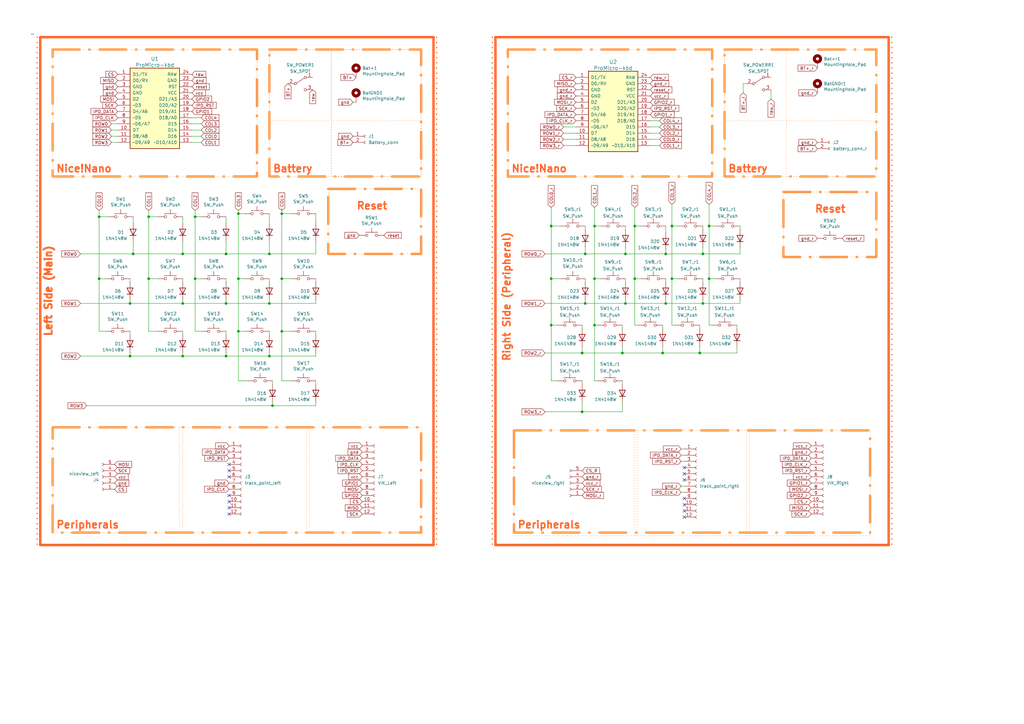
<source format=kicad_sch>
(kicad_sch (version 20231120) (generator "eeschema") (generator_version "8.0")
  (paper "A3")
  (junction (at 115.57 87.63))
  (junction (at 275.59 92.71))
  (junction (at 273.05 124.46))
  (junction (at 80.01 114.3))
  (junction (at 240.03 124.46))
  (junction (at 40.64 88.9))
  (junction (at 243.84 133.35))
  (junction (at 238.76 168.91))
  (junction (at 60.96 88.9))
  (junction (at 238.76 144.78))
  (junction (at 255.27 144.78))
  (junction (at 288.29 104.14))
  (junction (at 287.02 144.78))
  (junction (at 110.49 146.05))
  (junction (at 256.54 124.46))
  (junction (at 74.93 104.14))
  (junction (at 97.79 87.63))
  (junction (at 243.84 114.3))
  (junction (at 92.71 104.14))
  (junction (at 243.84 92.71))
  (junction (at 53.34 124.46))
  (junction (at 115.57 114.3))
  (junction (at 92.71 124.46))
  (junction (at 273.05 104.14))
  (junction (at 92.71 146.05))
  (junction (at 115.57 135.89))
  (junction (at 60.96 114.3))
  (junction (at 74.93 124.46))
  (junction (at 40.64 114.3))
  (junction (at 260.35 92.71))
  (junction (at 288.29 124.46))
  (junction (at 271.78 144.78))
  (junction (at 256.54 104.14))
  (junction (at 290.83 114.3))
  (junction (at 53.34 146.05))
  (junction (at 80.01 88.9))
  (junction (at 97.79 114.3))
  (junction (at 97.79 135.89))
  (junction (at 260.35 114.3))
  (junction (at 226.06 133.35))
  (junction (at 54.61 104.14))
  (junction (at 290.83 92.71))
  (junction (at 226.06 92.71))
  (junction (at 111.76 166.37))
  (junction (at 240.03 104.14))
  (junction (at 110.49 124.46))
  (junction (at 275.59 114.3))
  (junction (at 110.49 104.14))
  (junction (at 74.93 146.05))
  (junction (at 226.06 114.3))
  (no_connect (at 280.67 191.77))
  (no_connect (at 93.98 208.28))
  (no_connect (at 93.98 193.04))
  (no_connect (at 93.98 195.58))
  (no_connect (at 93.98 210.82))
  (no_connect (at 93.98 205.74))
  (no_connect (at 93.98 190.5))
  (no_connect (at 280.67 196.85))
  (no_connect (at 93.98 203.2))
  (no_connect (at 280.67 204.47))
  (no_connect (at 280.67 207.01))
  (no_connect (at 280.67 212.09))
  (no_connect (at 280.67 194.31))
  (no_connect (at 280.67 209.55))
  (wire (pts (xy 243.84 92.71) (xy 243.84 114.3)))
  (wire (pts (xy 82.55 48.26) (xy 78.74 48.26)))
  (wire (pts (xy 115.57 135.89) (xy 115.57 156.21)))
  (wire (pts (xy 279.4 186.69) (xy 280.67 186.69)))
  (wire (pts (xy 288.29 124.46) (xy 273.05 124.46)))
  (wire (pts (xy 53.34 114.3) (xy 53.34 115.57)))
  (wire (pts (xy 240.03 114.3) (xy 240.03 115.57)))
  (wire (pts (xy 92.71 124.46) (xy 110.49 124.46)))
  (wire (pts (xy 115.57 135.89) (xy 119.38 135.89)))
  (wire (pts (xy 74.93 124.46) (xy 92.71 124.46)))
  (wire (pts (xy 290.83 92.71) (xy 293.37 92.71)))
  (wire (pts (xy 255.27 142.24) (xy 255.27 144.78)))
  (wire (pts (xy 260.35 114.3) (xy 262.89 114.3)))
  (wire (pts (xy 60.96 86.36) (xy 60.96 88.9)))
  (wire (pts (xy 45.72 58.42) (xy 48.26 58.42)))
  (wire (pts (xy 33.02 124.46) (xy 53.34 124.46)))
  (wire (pts (xy 302.26 144.78) (xy 287.02 144.78)))
  (wire (pts (xy 238.76 165.1) (xy 238.76 168.91)))
  (wire (pts (xy 53.34 135.89) (xy 53.34 137.16)))
  (wire (pts (xy 288.29 92.71) (xy 288.29 93.98)))
  (wire (pts (xy 74.93 99.06) (xy 74.93 104.14)))
  (polyline (pts (xy 201.93 15.24) (xy 201.93 223.52)) (stroke (width 0.5) (type dot) (color 255 98 36 1)))
  (wire (pts (xy 256.54 92.71) (xy 256.54 93.98)))
  (wire (pts (xy 33.02 146.05) (xy 53.34 146.05)))
  (wire (pts (xy 273.05 123.19) (xy 273.05 124.46)))
  (wire (pts (xy 115.57 114.3) (xy 115.57 135.89)))
  (wire (pts (xy 129.54 99.06) (xy 129.54 104.14)))
  (wire (pts (xy 226.06 133.35) (xy 226.06 156.21)))
  (wire (pts (xy 260.35 133.35) (xy 261.62 133.35)))
  (wire (pts (xy 271.78 133.35) (xy 271.78 134.62)))
  (wire (pts (xy 290.83 92.71) (xy 290.83 114.3)))
  (wire (pts (xy 144.78 41.91) (xy 146.05 41.91)))
  (wire (pts (xy 40.64 114.3) (xy 40.64 135.89)))
  (wire (pts (xy 92.71 135.89) (xy 92.71 137.16)))
  (wire (pts (xy 255.27 156.21) (xy 255.27 157.48)))
  (wire (pts (xy 40.64 88.9) (xy 44.45 88.9)))
  (wire (pts (xy 92.71 88.9) (xy 92.71 91.44)))
  (wire (pts (xy 231.14 54.61) (xy 236.22 54.61)))
  (polyline (pts (xy 364.49 223.52) (xy 203.2 223.52)) (stroke (width 1) (color 255 98 36 1)))
  (wire (pts (xy 287.02 144.78) (xy 271.78 144.78)))
  (wire (pts (xy 97.79 86.36) (xy 97.79 87.63)))
  (wire (pts (xy 243.84 114.3) (xy 243.84 133.35)))
  (wire (pts (xy 273.05 104.14) (xy 288.29 104.14)))
  (wire (pts (xy 260.35 92.71) (xy 260.35 114.3)))
  (wire (pts (xy 303.53 124.46) (xy 288.29 124.46)))
  (wire (pts (xy 129.54 104.14) (xy 110.49 104.14)))
  (wire (pts (xy 110.49 124.46) (xy 129.54 124.46)))
  (wire (pts (xy 92.71 146.05) (xy 110.49 146.05)))
  (wire (pts (xy 223.52 104.14) (xy 240.03 104.14)))
  (wire (pts (xy 255.27 165.1) (xy 255.27 168.91)))
  (wire (pts (xy 82.55 58.42) (xy 78.74 58.42)))
  (wire (pts (xy 82.55 50.8) (xy 78.74 50.8)))
  (wire (pts (xy 110.49 135.89) (xy 110.49 137.16)))
  (wire (pts (xy 111.76 166.37) (xy 129.54 166.37)))
  (wire (pts (xy 271.78 144.78) (xy 255.27 144.78)))
  (wire (pts (xy 287.02 142.24) (xy 287.02 144.78)))
  (wire (pts (xy 226.06 92.71) (xy 226.06 114.3)))
  (wire (pts (xy 275.59 83.82) (xy 275.59 92.71)))
  (wire (pts (xy 115.57 87.63) (xy 115.57 114.3)))
  (wire (pts (xy 97.79 87.63) (xy 97.79 114.3)))
  (wire (pts (xy 256.54 104.14) (xy 240.03 104.14)))
  (wire (pts (xy 304.8 38.1) (xy 304.8 34.29)))
  (wire (pts (xy 231.14 59.69) (xy 236.22 59.69)))
  (wire (pts (xy 273.05 102.87) (xy 273.05 104.14)))
  (wire (pts (xy 74.93 88.9) (xy 74.93 91.44)))
  (wire (pts (xy 226.06 85.09) (xy 226.06 92.71)))
  (wire (pts (xy 97.79 135.89) (xy 97.79 156.21)))
  (wire (pts (xy 290.83 83.82) (xy 290.83 92.71)))
  (wire (pts (xy 53.34 124.46) (xy 74.93 124.46)))
  (wire (pts (xy 288.29 114.3) (xy 288.29 115.57)))
  (wire (pts (xy 80.01 114.3) (xy 82.55 114.3)))
  (wire (pts (xy 60.96 114.3) (xy 60.96 135.89)))
  (wire (pts (xy 45.72 55.88) (xy 48.26 55.88)))
  (wire (pts (xy 270.51 57.15) (xy 266.7 57.15)))
  (polyline (pts (xy 203.2 15.24) (xy 364.49 15.24)) (stroke (width 1) (color 255 98 36 1)))
  (polyline (pts (xy 365.76 15.24) (xy 365.76 223.52)) (stroke (width 0.5) (type dot) (color 255 98 36 1)))
  (wire (pts (xy 279.4 199.39) (xy 280.67 199.39)))
  (wire (pts (xy 273.05 114.3) (xy 273.05 115.57)))
  (wire (pts (xy 60.96 114.3) (xy 64.77 114.3)))
  (wire (pts (xy 97.79 114.3) (xy 100.33 114.3)))
  (polyline (pts (xy 203.2 223.52) (xy 203.2 15.24)) (stroke (width 1) (color 255 98 36 1)))
  (wire (pts (xy 290.83 114.3) (xy 290.83 133.35)))
  (wire (pts (xy 53.34 146.05) (xy 74.93 146.05)))
  (wire (pts (xy 303.53 123.19) (xy 303.53 124.46)))
  (wire (pts (xy 82.55 53.34) (xy 78.74 53.34)))
  (wire (pts (xy 270.51 59.69) (xy 266.7 59.69)))
  (wire (pts (xy 275.59 92.71) (xy 275.59 114.3)))
  (wire (pts (xy 238.76 144.78) (xy 223.52 144.78)))
  (wire (pts (xy 302.26 142.24) (xy 302.26 144.78)))
  (wire (pts (xy 97.79 87.63) (xy 100.33 87.63)))
  (wire (pts (xy 231.14 57.15) (xy 236.22 57.15)))
  (wire (pts (xy 74.93 114.3) (xy 74.93 115.57)))
  (wire (pts (xy 80.01 114.3) (xy 80.01 135.89)))
  (wire (pts (xy 97.79 114.3) (xy 97.79 135.89)))
  (wire (pts (xy 111.76 156.21) (xy 111.76 157.48)))
  (wire (pts (xy 288.29 101.6) (xy 288.29 104.14)))
  (wire (pts (xy 115.57 156.21) (xy 119.38 156.21)))
  (wire (pts (xy 256.54 104.14) (xy 273.05 104.14)))
  (polyline (pts (xy 364.49 15.24) (xy 364.49 223.52)) (stroke (width 1) (type solid) (color 255 98 36 1)))
  (wire (pts (xy 304.8 34.29) (xy 306.07 34.29)))
  (wire (pts (xy 303.53 104.14) (xy 288.29 104.14)))
  (wire (pts (xy 260.35 92.71) (xy 262.89 92.71)))
  (wire (pts (xy 129.54 123.19) (xy 129.54 124.46)))
  (wire (pts (xy 240.03 124.46) (xy 240.03 123.19)))
  (wire (pts (xy 74.93 104.14) (xy 92.71 104.14)))
  (wire (pts (xy 74.93 146.05) (xy 92.71 146.05)))
  (wire (pts (xy 74.93 144.78) (xy 74.93 146.05)))
  (wire (pts (xy 110.49 123.19) (xy 110.49 124.46)))
  (polyline (pts (xy 16.51 15.24) (xy 177.8 15.24)) (stroke (width 1) (color 255 98 36 1)))
  (wire (pts (xy 40.64 88.9) (xy 40.64 114.3)))
  (wire (pts (xy 303.53 101.6) (xy 303.53 104.14)))
  (wire (pts (xy 260.35 114.3) (xy 260.35 133.35)))
  (wire (pts (xy 243.84 92.71) (xy 246.38 92.71)))
  (wire (pts (xy 110.49 146.05) (xy 129.54 146.05)))
  (wire (pts (xy 279.4 189.23) (xy 280.67 189.23)))
  (wire (pts (xy 275.59 114.3) (xy 275.59 133.35)))
  (wire (pts (xy 129.54 87.63) (xy 129.54 91.44)))
  (wire (pts (xy 226.06 114.3) (xy 229.87 114.3)))
  (wire (pts (xy 97.79 135.89) (xy 100.33 135.89)))
  (wire (pts (xy 256.54 101.6) (xy 256.54 104.14)))
  (wire (pts (xy 238.76 133.35) (xy 238.76 134.62)))
  (wire (pts (xy 129.54 165.1) (xy 129.54 166.37)))
  (wire (pts (xy 279.4 201.93) (xy 280.67 201.93)))
  (wire (pts (xy 60.96 88.9) (xy 64.77 88.9)))
  (wire (pts (xy 287.02 133.35) (xy 287.02 134.62)))
  (wire (pts (xy 271.78 142.24) (xy 271.78 144.78)))
  (wire (pts (xy 243.84 156.21) (xy 245.11 156.21)))
  (wire (pts (xy 243.84 114.3) (xy 246.38 114.3)))
  (wire (pts (xy 110.49 99.06) (xy 110.49 104.14)))
  (wire (pts (xy 82.55 55.88) (xy 78.74 55.88)))
  (wire (pts (xy 243.84 133.35) (xy 243.84 156.21)))
  (wire (pts (xy 80.01 135.89) (xy 82.55 135.89)))
  (wire (pts (xy 270.51 49.53) (xy 266.7 49.53)))
  (wire (pts (xy 80.01 88.9) (xy 80.01 114.3)))
  (wire (pts (xy 270.51 54.61) (xy 266.7 54.61)))
  (wire (pts (xy 111.76 165.1) (xy 111.76 166.37)))
  (wire (pts (xy 290.83 133.35) (xy 292.1 133.35)))
  (wire (pts (xy 74.93 135.89) (xy 74.93 137.16)))
  (wire (pts (xy 40.64 86.36) (xy 40.64 88.9)))
  (polyline (pts (xy 15.24 15.24) (xy 15.24 223.52)) (stroke (width 0.5) (type dot) (color 255 98 36 1)))
  (wire (pts (xy 226.06 156.21) (xy 228.6 156.21)))
  (wire (pts (xy 54.61 104.14) (xy 74.93 104.14)))
  (wire (pts (xy 270.51 52.07) (xy 266.7 52.07)))
  (wire (pts (xy 316.23 40.64) (xy 316.23 36.83)))
  (wire (pts (xy 226.06 133.35) (xy 228.6 133.35)))
  (wire (pts (xy 40.64 135.89) (xy 43.18 135.89)))
  (wire (pts (xy 92.71 123.19) (xy 92.71 124.46)))
  (wire (pts (xy 303.53 92.71) (xy 303.53 93.98)))
  (wire (pts (xy 260.35 85.09) (xy 260.35 92.71)))
  (wire (pts (xy 231.14 52.07) (xy 236.22 52.07)))
  (wire (pts (xy 40.64 114.3) (xy 43.18 114.3)))
  (wire (pts (xy 54.61 88.9) (xy 54.61 91.44)))
  (wire (pts (xy 256.54 124.46) (xy 240.03 124.46)))
  (wire (pts (xy 226.06 114.3) (xy 226.06 133.35)))
  (wire (pts (xy 256.54 123.19) (xy 256.54 124.46)))
  (polyline (pts (xy 179.07 15.24) (xy 179.07 223.52)) (stroke (width 0.5) (type dot) (color 255 98 36 1)))
  (wire (pts (xy 92.71 114.3) (xy 92.71 115.57)))
  (wire (pts (xy 80.01 86.36) (xy 80.01 88.9)))
  (wire (pts (xy 243.84 133.35) (xy 245.11 133.35)))
  (wire (pts (xy 223.52 168.91) (xy 238.76 168.91)))
  (wire (pts (xy 110.49 144.78) (xy 110.49 146.05)))
  (wire (pts (xy 53.34 123.19) (xy 53.34 124.46)))
  (wire (pts (xy 110.49 87.63) (xy 110.49 91.44)))
  (wire (pts (xy 255.27 168.91) (xy 238.76 168.91)))
  (wire (pts (xy 255.27 133.35) (xy 255.27 134.62)))
  (wire (pts (xy 53.34 144.78) (xy 53.34 146.05)))
  (wire (pts (xy 275.59 114.3) (xy 278.13 114.3)))
  (wire (pts (xy 115.57 85.09) (xy 115.57 87.63)))
  (wire (pts (xy 97.79 156.21) (xy 101.6 156.21)))
  (wire (pts (xy 115.57 114.3) (xy 119.38 114.3)))
  (wire (pts (xy 110.49 114.3) (xy 110.49 115.57)))
  (wire (pts (xy 275.59 92.71) (xy 278.13 92.71)))
  (wire (pts (xy 273.05 92.71) (xy 273.05 95.25)))
  (wire (pts (xy 35.56 166.37) (xy 111.76 166.37)))
  (wire (pts (xy 129.54 114.3) (xy 129.54 115.57)))
  (wire (pts (xy 60.96 88.9) (xy 60.96 114.3)))
  (wire (pts (xy 302.26 133.35) (xy 302.26 134.62)))
  (wire (pts (xy 226.06 92.71) (xy 229.87 92.71)))
  (wire (pts (xy 223.52 124.46) (xy 240.03 124.46)))
  (wire (pts (xy 279.4 184.15) (xy 280.67 184.15)))
  (wire (pts (xy 45.72 53.34) (xy 48.26 53.34)))
  (wire (pts (xy 129.54 135.89) (xy 129.54 137.16)))
  (wire (pts (xy 288.29 123.19) (xy 288.29 124.46)))
  (polyline (pts (xy 12.7 13.97) (xy 13.97 13.97)))
  (wire (pts (xy 238.76 142.24) (xy 238.76 144.78)))
  (wire (pts (xy 115.57 87.63) (xy 119.38 87.63)))
  (wire (pts (xy 54.61 99.06) (xy 54.61 104.14)))
  (polyline (pts (xy 177.8 15.24) (xy 177.8 223.52)) (stroke (width 1) (type solid) (color 255 98 36 1)))
  (wire (pts (xy 240.03 92.71) (xy 240.03 93.98)))
  (polyline (pts (xy 177.8 223.52) (xy 16.51 223.52)) (stroke (width 1) (color 255 98 36 1)))
  (wire (pts (xy 243.84 85.09) (xy 243.84 92.71)))
  (wire (pts (xy 92.71 99.06) (xy 92.71 104.14)))
  (wire (pts (xy 290.83 114.3) (xy 293.37 114.3)))
  (wire (pts (xy 255.27 144.78) (xy 238.76 144.78)))
  (wire (pts (xy 74.93 123.19) (xy 74.93 124.46)))
  (wire (pts (xy 129.54 144.78) (xy 129.54 146.05)))
  (wire (pts (xy 60.96 135.89) (xy 64.77 135.89)))
  (wire (pts (xy 45.72 50.8) (xy 48.26 50.8)))
  (wire (pts (xy 240.03 104.14) (xy 240.03 101.6)))
  (wire (pts (xy 238.76 156.21) (xy 238.76 157.48)))
  (wire (pts (xy 273.05 124.46) (xy 256.54 124.46)))
  (wire (pts (xy 303.53 114.3) (xy 303.53 115.57)))
  (wire (pts (xy 92.71 144.78) (xy 92.71 146.05)))
  (wire (pts (xy 33.02 104.14) (xy 54.61 104.14)))
  (wire (pts (xy 275.59 133.35) (xy 276.86 133.35)))
  (wire (pts (xy 92.71 104.14) (xy 110.49 104.14)))
  (wire (pts (xy 80.01 88.9) (xy 82.55 88.9)))
  (wire (pts (xy 129.54 156.21) (xy 129.54 157.48)))
  (polyline (pts (xy 16.51 223.52) (xy 16.51 15.24)) (stroke (width 1) (color 255 98 36 1)))
  (wire (pts (xy 256.54 114.3) (xy 256.54 115.57)))
  (rectangle (start 208.28 20.32) (end 292.1 72.39) (stroke (width 0.25) (type dot) (color 255 151 74 1)))
  (rectangle (start 73.66 175.26) (end 127 218.44) (stroke (width 0.25) (type dot) (color 255 151 74 1)))
  (rectangle (start 110.49 20.32) (end 135.89 49.53) (stroke (width 0.25) (type dot) (color 255 151 74 1)))
  (rectangle (start 21.59 175.26) (end 74.93 218.44) (stroke (width 0.25) (type dot) (color 255 151 74 1)))
  (rectangle (start 21.59 20.32) (end 105.41 72.39) (stroke (width 1) (type dash_dot) (color 255 151 74 1)))
  (rectangle (start 297.18 20.32) (end 359.41 72.39) (stroke (width 1) (type dash_dot) (color 255 151 74 1)))
  (rectangle (start 322.58 49.53) (end 359.41 72.39) (stroke (width 0.25) (type dot) (color 255 151 74 1)))
  (rectangle (start 21.59 20.32) (end 105.41 72.39) (stroke (width 0.25) (type dot) (color 255 151 74 1)))
  (rectangle (start 321.31 78.74) (end 359.41 105.41) (stroke (width 1) (type dash_dot) (color 255 151 74 1)))
  (rectangle (start 125.73 175.26) (end 172.72 218.44) (stroke (width 0.25) (type dot) (color 255 151 74 1)))
  (rectangle (start 321.31 78.74) (end 359.41 105.41) (stroke (width 0.25) (type dot) (color 255 151 74 1)))
  (rectangle (start 297.18 20.32) (end 322.58 49.53) (stroke (width 0.25) (type dot) (color 255 151 74 1)))
  (rectangle (start 21.59 175.26) (end 172.72 218.44) (stroke (width 1) (type dash_dot) (color 255 151 74 1)))
  (rectangle (start 260.35 176.53) (end 307.34 219.71) (stroke (width 0.25) (type dot) (color 255 151 74 1)))
  (rectangle (start 110.49 20.32) (end 172.72 72.39) (stroke (width 0.25) (type dot) (color 255 151 74 1)))
  (rectangle (start 297.18 20.32) (end 359.41 72.39) (stroke (width 0.25) (type dot) (color 255 151 74 1)))
  (rectangle (start 210.82 176.53) (end 261.62 219.71) (stroke (width 0.25) (type dot) (color 255 151 74 1)))
  (rectangle (start 134.62 77.47) (end 172.72 104.14) (stroke (width 1) (type dash_dot) (color 255 151 74 1)))
  (rectangle (start 208.28 20.32) (end 292.1 72.39) (stroke (width 1) (type dash_dot) (color 255 151 74 1)))
  (rectangle (start 210.82 176.53) (end 356.87 218.44) (stroke (width 1) (type dash_dot) (color 255 151 74 1)))
  (rectangle (start 110.49 20.32) (end 172.72 72.39) (stroke (width 1) (type dash_dot) (color 255 151 74 1)))
  (rectangle (start 135.89 49.53) (end 172.72 72.39) (stroke (width 0.25) (type dot) (color 255 151 74 1)))
  (rectangle (start 134.62 77.47) (end 172.72 104.14) (stroke (width 0.25) (type dot) (color 255 151 74 1)))
  (rectangle (start 306.07 176.53) (end 356.87 219.71) (stroke (width 0.25) (type dot) (color 255 151 74 1)))
  (rectangle (start 135.89 20.32) (end 172.72 72.39) (stroke (width 0.25) (type dot) (color 255 151 74 1)))
  (text "Peripherals" (at 212.09 217.17 0) (effects (font (size 2.9972 2.9972) (thickness 0.5994) (bold yes)) (justify left bottom)))
  (text "Right Side (Peripheral)" (at 209.55 148.59 90) (effects (font (size 2.9972 2.9972) (thickness 0.5994) (bold yes)) (justify left bottom)))
  (text "Battery" (at 298.45 71.12 0) (effects (font (size 2.9972 2.9972) (thickness 0.5994) (bold yes)) (justify left bottom)))
  (text "Left Side (Main)" (at 21.59 138.43 90) (effects (font (size 3 3) (thickness 1) (bold yes)) (justify left bottom)))
  (text "Reset" (at 146.05 86.36 0) (effects (font (size 2.9972 2.9972) (thickness 0.5994) (bold yes)) (justify left bottom)))
  (text "Nice!Nano" (at 209.55 71.12 0) (effects (font (size 2.9972 2.9972) (thickness 0.5994) (bold yes)) (justify left bottom)))
  (text "Battery" (at 111.76 71.12 0) (effects (font (size 2.9972 2.9972) (thickness 0.5994) (bold yes)) (justify left bottom)))
  (text "Peripherals" (at 22.86 217.17 0) (effects (font (size 2.9972 2.9972) (thickness 0.5994) (bold yes)) (justify left bottom)))
  (text "Nice!Nano" (at 22.86 71.12 0) (effects (font (size 2.9972 2.9972) (thickness 0.5994) (bold yes)) (justify left bottom)))
  (text "Reset" (at 334.01 87.63 0) (effects (font (size 2.9972 2.9972) (thickness 0.5994) (bold yes)) (justify left bottom)))
  (global_label "gnd_r" (shape input) (at 332.74 185.42 180) (property "Intersheetrefs" "${INTERSHEET_REFS}" (effects (hide yes))))
  (global_label "IPD_CLK" (shape input) (at 48.26 48.26 180) (property "Intersheetrefs" "${INTERSHEET_REFS}" (effects (hide yes))))
  (global_label "gnd_r" (shape input) (at 238.76 195.58 0) (property "Intersheetrefs" "${INTERSHEET_REFS}" (effects (hide yes))))
  (global_label "IPD_DATA_r" (shape input) (at 236.22 46.99 180) (property "Intersheetrefs" "${INTERSHEET_REFS}" (effects (hide yes))))
  (global_label "gnd" (shape input) (at 78.74 33.02 0) (property "Intersheetrefs" "${INTERSHEET_REFS}" (effects (hide yes))))
  (global_label "gnd" (shape input) (at 147.32 96.52 180) (property "Intersheetrefs" "${INTERSHEET_REFS}" (effects (hide yes))))
  (global_label "IPD_CLK_r" (shape input) (at 236.22 49.53 180) (property "Intersheetrefs" "${INTERSHEET_REFS}" (effects (hide yes))))
  (global_label "vcc" (shape input) (at 148.59 182.88 180) (property "Intersheetrefs" "${INTERSHEET_REFS}" (effects (hide yes))))
  (global_label "COL1_r" (shape input) (at 270.51 59.69 0) (property "Intersheetrefs" "${INTERSHEET_REFS}" (effects (hide yes))))
  (global_label "IPD_CLK" (shape input) (at 148.59 190.5 180) (property "Intersheetrefs" "${INTERSHEET_REFS}" (effects (hide yes))))
  (global_label "reset" (shape input) (at 157.48 96.52 0) (property "Intersheetrefs" "${INTERSHEET_REFS}" (effects (hide yes))))
  (global_label "MISO" (shape input) (at 48.26 33.02 180) (property "Intersheetrefs" "${INTERSHEET_REFS}" (effects (hide yes))))
  (global_label "vcc_r" (shape input) (at 238.76 198.12 0) (property "Intersheetrefs" "${INTERSHEET_REFS}" (effects (hide yes))))
  (global_label "gnd_r" (shape input) (at 236.22 36.83 180) (property "Intersheetrefs" "${INTERSHEET_REFS}" (effects (hide yes))))
  (global_label "gnd" (shape input) (at 93.98 198.12 180) (property "Intersheetrefs" "${INTERSHEET_REFS}" (effects (hide yes))))
  (global_label "COL3" (shape input) (at 82.55 50.8 0) (property "Intersheetrefs" "${INTERSHEET_REFS}" (effects (hide yes))))
  (global_label "gnd" (shape input) (at 48.26 35.56 180) (property "Intersheetrefs" "${INTERSHEET_REFS}" (effects (hide yes))))
  (global_label "COL4" (shape input) (at 82.55 48.26 0) (property "Intersheetrefs" "${INTERSHEET_REFS}" (effects (hide yes))))
  (global_label "SCK" (shape input) (at 48.26 43.18 180) (property "Intersheetrefs" "${INTERSHEET_REFS}" (effects (hide yes))))
  (global_label "COL0" (shape input) (at 40.64 86.36 90) (property "Intersheetrefs" "${INTERSHEET_REFS}" (effects (hide yes))))
  (global_label "IPD_RST" (shape input) (at 78.74 43.18 0) (property "Intersheetrefs" "${INTERSHEET_REFS}" (effects (hide yes))))
  (global_label "BT+_r" (shape input) (at 335.28 60.96 180) (property "Intersheetrefs" "${INTERSHEET_REFS}" (effects (hide yes))))
  (global_label "CS" (shape input) (at 48.26 30.48 180) (property "Intersheetrefs" "${INTERSHEET_REFS}" (effects (hide yes))))
  (global_label "BT+" (shape input) (at 144.78 58.42 180) (property "Intersheetrefs" "${INTERSHEET_REFS}" (effects (hide yes))))
  (global_label "COL0" (shape input) (at 82.55 55.88 0) (property "Intersheetrefs" "${INTERSHEET_REFS}" (effects (hide yes))))
  (global_label "IPD_DATA_r" (shape input) (at 279.4 186.69 180) (property "Intersheetrefs" "${INTERSHEET_REFS}" (effects (hide yes))))
  (global_label "vcc" (shape input) (at 148.59 195.58 180) (property "Intersheetrefs" "${INTERSHEET_REFS}" (effects (hide yes))))
  (global_label "gnd_r" (shape input) (at 266.7 34.29 0) (property "Intersheetrefs" "${INTERSHEET_REFS}" (effects (hide yes))))
  (global_label "GPIO1_r" (shape input) (at 332.74 198.12 180) (property "Intersheetrefs" "${INTERSHEET_REFS}" (effects (hide yes))))
  (global_label "IPD_DATA" (shape input) (at 48.26 45.72 180) (property "Intersheetrefs" "${INTERSHEET_REFS}" (effects (hide yes))))
  (global_label "IPD_RST" (shape input) (at 148.59 193.04 180) (property "Intersheetrefs" "${INTERSHEET_REFS}" (effects (hide yes))))
  (global_label "MOSI" (shape input) (at 48.26 40.64 180) (property "Intersheetrefs" "${INTERSHEET_REFS}" (effects (hide yes))))
  (global_label "GPIO1" (shape input) (at 78.74 45.72 0) (property "Intersheetrefs" "${INTERSHEET_REFS}" (effects (hide yes))))
  (global_label "gnd_r" (shape input) (at 335.28 58.42 180) (property "Intersheetrefs" "${INTERSHEET_REFS}" (effects (hide yes))))
  (global_label "gnd" (shape input) (at 144.78 55.88 180) (property "Intersheetrefs" "${INTERSHEET_REFS}" (effects (hide yes))))
  (global_label "COL3" (shape input) (at 97.79 86.36 90) (property "Intersheetrefs" "${INTERSHEET_REFS}" (effects (hide yes))))
  (global_label "ROW3_r" (shape input) (at 223.52 168.91 180) (property "Intersheetrefs" "${INTERSHEET_REFS}" (effects (hide yes))))
  (global_label "SCK_r" (shape input) (at 238.76 200.66 0) (property "Intersheetrefs" "${INTERSHEET_REFS}" (effects (hide yes))))
  (global_label "CS" (shape input) (at 46.99 200.66 0) (property "Intersheetrefs" "${INTERSHEET_REFS}" (effects (hide yes))))
  (global_label "COL4_r" (shape input) (at 270.51 49.53 0) (property "Intersheetrefs" "${INTERSHEET_REFS}" (effects (hide yes))))
  (global_label "gnd_r" (shape input) (at 335.28 38.1 180) (property "Intersheetrefs" "${INTERSHEET_REFS}" (effects (hide yes))))
  (global_label "ROW1" (shape input) (at 45.72 53.34 180) (property "Intersheetrefs" "${INTERSHEET_REFS}" (effects (hide yes))))
  (global_label "COL1" (shape input) (at 60.96 86.36 90) (property "Intersheetrefs" "${INTERSHEET_REFS}" (effects (hide yes))))
  (global_label "ROW3_r" (shape input) (at 231.14 59.69 180) (property "Intersheetrefs" "${INTERSHEET_REFS}" (effects (hide yes))))
  (global_label "SCK_r" (shape input) (at 332.74 210.82 180) (property "Intersheetrefs" "${INTERSHEET_REFS}" (effects (hide yes))))
  (global_label "gnd" (shape input) (at 48.26 38.1 180) (property "Intersheetrefs" "${INTERSHEET_REFS}" (effects (hide yes))))
  (global_label "ROW2_r" (shape input) (at 223.52 144.78 180) (property "Intersheetrefs" "${INTERSHEET_REFS}" (effects (hide yes))))
  (global_label "vcc" (shape input) (at 78.74 38.1 0) (property "Intersheetrefs" "${INTERSHEET_REFS}" (effects (hide yes))))
  (global_label "gnd" (shape input) (at 148.59 185.42 180) (property "Intersheetrefs" "${INTERSHEET_REFS}" (effects (hide yes))))
  (global_label "MOSI" (shape input) (at 148.59 200.66 180) (property "Intersheetrefs" "${INTERSHEET_REFS}" (effects (hide yes))))
  (global_label "MOSI_r" (shape input) (at 332.74 200.66 180) (property "Intersheetrefs" "${INTERSHEET_REFS}" (effects (hide yes))))
  (global_label "COL2_r" (shape input) (at 270.51 54.61 0) (property "Intersheetrefs" "${INTERSHEET_REFS}" (effects (hide yes))))
  (global_label "MOSI_r" (shape input) (at 238.76 203.2 0) (property "Intersheetrefs" "${INTERSHEET_REFS}" (effects (hide yes))))
  (global_label "GPIO2_r" (shape input) (at 266.7 41.91 0) (property "Intersheetrefs" "${INTERSHEET_REFS}" (effects (hide yes))))
  (global_label "COL2_r" (shape input) (at 260.35 85.09 90) (property "Intersheetrefs" "${INTERSHEET_REFS}" (effects (hide yes))))
  (global_label "ROW1" (shape input) (at 33.02 124.46 180) (property "Intersheetrefs" "${INTERSHEET_REFS}" (effects (hide yes))))
  (global_label "vcc_r" (shape input) (at 266.7 39.37 0) (property "Intersheetrefs" "${INTERSHEET_REFS}" (effects (hide yes))))
  (global_label "MISO_r" (shape input) (at 332.74 208.28 180) (property "Intersheetrefs" "${INTERSHEET_REFS}" (effects (hide yes))))
  (global_label "GPIO2" (shape input) (at 78.74 40.64 0) (property "Intersheetrefs" "${INTERSHEET_REFS}" (effects (hide yes))))
  (global_label "CS_r" (shape input) (at 332.74 205.74 180) (property "Intersheetrefs" "${INTERSHEET_REFS}" (effects (hide yes))))
  (global_label "ROW3" (shape input) (at 45.72 58.42 180) (property "Intersheetrefs" "${INTERSHEET_REFS}" (effects (hide yes))))
  (global_label "MOSI_r" (shape input) (at 236.22 41.91 180) (property "Intersheetrefs" "${INTERSHEET_REFS}" (effects (hide yes))))
  (global_label "IPD_RST_r" (shape input) (at 332.74 193.04 180) (property "Intersheetrefs" "${INTERSHEET_REFS}" (effects (hide yes))))
  (global_label "ROW0_r" (shape input) (at 223.52 104.14 180) (property "Intersheetrefs" "${INTERSHEET_REFS}" (effects (hide yes))))
  (global_label "vcc" (shape input) (at 93.98 182.88 180) (property "Intersheetrefs" "${INTERSHEET_REFS}" (effects (hide yes))))
  (global_label "CS" (shape input) (at 148.59 205.74 180) (property "Intersheetrefs" "${INTERSHEET_REFS}" (effects (hide yes))))
  (global_label "GPIO1" (shape input) (at 148.59 198.12 180) (property "Intersheetrefs" "${INTERSHEET_REFS}" (effects (hide yes))))
  (global_label "COL0_r" (shape input) (at 270.51 57.15 0) (property "Intersheetrefs" "${INTERSHEET_REFS}" (effects (hide yes))))
  (global_label "COL4_r" (shape input) (at 290.83 83.82 90) (property "Intersheetrefs" "${INTERSHEET_REFS}" (effects (hide yes))))
  (global_label "IPD_CLK_r" (shape input) (at 332.74 190.5 180) (property "Intersheetrefs" "${INTERSHEET_REFS}" (effects (hide yes))))
  (global_label "vcc_r" (shape input) (at 332.74 182.88 180) (property "Intersheetrefs" "${INTERSHEET_REFS}" (effects (hide yes))))
  (global_label "IPD_RST" (shape input) (at 93.98 187.96 180) (property "Intersheetrefs" "${INTERSHEET_REFS}" (effects (hide yes))))
  (global_label "IPD_CLK_r" (shape input) (at 279.4 201.93 180) (property "Intersheetrefs" "${INTERSHEET_REFS}" (effects (hide yes))))
  (global_label "gnd" (shape input) (at 144.78 41.91 180) (property "Intersheetrefs" "${INTERSHEET_REFS}" (effects (hide yes))))
  (global_label "gnd" (shape input) (at 46.99 198.12 0) (property "Intersheetrefs" "${INTERSHEET_REFS}" (effects (hide yes))))
  (global_label "COL4" (shape input) (at 115.57 86.36 90) (property "Intersheetrefs" "${INTERSHEET_REFS}" (effects (hide yes))))
  (global_label "MOSI" (shape input) (at 46.99 190.5 0) (property "Intersheetrefs" "${INTERSHEET_REFS}" (effects (hide yes))))
  (global_label "IPD_DATA_r" (shape input) (at 332.74 187.96 180) (property "Intersheetrefs" "${INTERSHEET_REFS}" (effects (hide yes))))
  (global_label "BT+_r" (shape input) (at 304.8 38.1 270) (property "Intersheetrefs" "${INTERSHEET_REFS}" (effects (hide yes))))
  (global_label "MISO_r" (shape input) (at 236.22 34.29 180) (property "Intersheetrefs" "${INTERSHEET_REFS}" (effects (hide yes))))
  (global_label "ROW2_r" (shape input) (at 231.14 57.15 180) (property "Intersheetrefs" "${INTERSHEET_REFS}" (effects (hide yes))))
  (global_label "raw_r" (shape input) (at 316.23 40.64 270) (property "Intersheetrefs" "${INTERSHEET_REFS}" (effects (hide yes))))
  (global_label "CS_R" (shape input) (at 238.76 193.04 0) (property "Intersheetrefs" "${INTERSHEET_REFS}" (effects (hide yes))))
  (global_label "IPD_RST_r" (shape input) (at 266.7 44.45 0) (property "Intersheetrefs" "${INTERSHEET_REFS}" (effects (hide yes))))
  (global_label "COL0_r" (shape input) (at 226.06 85.09 90) (property "Intersheetrefs" "${INTERSHEET_REFS}" (effects (hide yes))))
  (global_label "gnd_r" (shape input) (at 279.4 199.39 180) (property "Intersheetrefs" "${INTERSHEET_REFS}" (effects (hide yes))))
  (global_label "ROW2" (shape input) (at 33.02 146.05 180) (property "Intersheetrefs" "${INTERSHEET_REFS}" (effects (hide yes))))
  (global_label "ROW2" (shape input) (at 45.72 55.88 180) (property "Intersheetrefs" "${INTERSHEET_REFS}" (effects (hide yes))))
  (global_label "raw" (shape input) (at 78.74 30.48 0) (property "Intersheetrefs" "${INTERSHEET_REFS}" (effects (hide yes))))
  (global_label "raw_r" (shape input) (at 266.7 31.75 0) (property "Intersheetrefs" "${INTERSHEET_REFS}" (effects (hide yes))))
  (global_label "CS_r" (shape input) (at 236.22 31.75 180) (property "Intersheetrefs" "${INTERSHEET_REFS}" (effects (hide yes))))
  (global_label "COL2" (shape input) (at 80.01 86.36 90) (property "Intersheetrefs" "${INTERSHEET_REFS}" (effects (hide yes))))
  (global_label "raw" (shape input) (at 128.27 36.83 270) (property "Intersheetrefs" "${INTERSHEET_REFS}" (effects (hide yes))))
  (global_label "COL1_r" (shape input) (at 243.84 85.09 90) (property "Intersheetrefs" "${INTERSHEET_REFS}" (effects (hide yes))))
  (global_label "COL2" (shape input) (at 82.55 53.34 0) (property "Intersheetrefs" "${INTERSHEET_REFS}" (effects (hide yes))))
  (global_label "vcc_r" (shape input) (at 279.4 184.15 180) (property "Intersheetrefs" "${INTERSHEET_REFS}" (effects (hide yes))))
  (global_label "reset_r" (shape input) (at 345.44 97.79 0) (property "Intersheetrefs" "${INTERSHEET_REFS}" (effects (hide yes))))
  (global_label "ROW0" (shape input) (at 33.02 104.14 180) (property "Intersheetrefs" "${INTERSHEET_REFS}" (effects (hide yes))))
  (global_label "vcc" (shape input) (at 46.99 195.58 0) (property "Intersheetrefs" "${INTERSHEET_REFS}" (effects (hide yes))))
  (global_label "reset" (shape input) (at 78.74 35.56 0) (property "Intersheetrefs" "${INTERSHEET_REFS}" (effects (hide yes))))
  (global_label "MISO" (shape input) (at 148.59 208.28 180) (property "Intersheetrefs" "${INTERSHEET_REFS}" (effects (hide yes))))
  (global_label "vcc_r" (shape input) (at 332.74 195.58 180) (property "Intersheetrefs" "${INTERSHEET_REFS}" (effects (hide yes))))
  (global_label "GPIO1_r" (shape input) (at 266.7 46.99 0) (property "Intersheetrefs" "${INTERSHEET_REFS}" (effects (hide yes))))
  (global_label "IPD_RST_r" (shape input) (at 279.4 189.23 180) (property "Intersheetrefs" "${INTERSHEET_REFS}" (effects (hide yes))))
  (global_label "COL3_r" (shape input) (at 270.51 52.07 0) (property "Intersheetrefs" "${INTERSHEET_REFS}" (effects (hide yes))))
  (global_label "gnd_r" (shape input) (at 236.22 39.37 180) (property "Intersheetrefs" "${INTERSHEET_REFS}" (effects (hide yes))))
  (global_label "ROW0" (shape input) (at 45.72 50.8 180) (property "Intersheetrefs" "${INTERSHEET_REFS}" (effects (hide yes))))
  (global_label "GPIO2_r" (shape input) (at 332.74 203.2 180) (property "Intersheetrefs" "${INTERSHEET_REFS}" (effects (hide yes))))
  (global_label "reset_r" (shape input) (at 266.7 36.83 0) (property "Intersheetrefs" "${INTERSHEET_REFS}" (effects (hide yes))))
  (global_label "IPD_CLK" (shape input) (at 93.98 200.66 180) (property "Intersheetrefs" "${INTERSHEET_REFS}" (effects (hide yes))))
  (global_label "SCK" (shape input) (at 148.59 210.82 180) (property "Intersheetrefs" "${INTERSHEET_REFS}" (effects (hide yes))))
  (global_label "ROW1_r" (shape input) (at 223.52 124.46 180) (property "Intersheetrefs" "${INTERSHEET_REFS}" (effects (hide yes))))
  (global_label "ROW0_r" (shape input) (at 231.14 52.07 180) (property "Intersheetrefs" "${INTERSHEET_REFS}" (effects (hide yes))))
  (global_label "GPIO2" (shape input) (at 148.59 203.2 180) (property "Intersheetrefs" "${INTERSHEET_REFS}" (effects (hide yes))))
  (global_label "gnd_r" (shape input) (at 335.28 97.79 180) (property "Intersheetrefs" "${INTERSHEET_REFS}" (effects (hide yes))))
  (global_label "IPD_DATA" (shape input) (at 93.98 185.42 180) (property "Intersheetrefs" "${INTERSHEET_REFS}" (effects (hide yes))))
  (global_label "SCK_r" (shape input) (at 236.22 44.45 180) (property "Intersheetrefs" "${INTERSHEET_REFS}" (effects (hide yes))))
  (global_label "COL3_r" (shape input) (at 275.59 83.82 90) (property "Intersheetrefs" "${INTERSHEET_REFS}" (effects (hide yes))))
  (global_label "ROW1_r" (shape input) (at 231.14 54.61 180) (property "Intersheetrefs" "${INTERSHEET_REFS}" (effects (hide yes))))
  (global_label "SCK" (shape input) (at 46.99 193.04 0) (property "Intersheetrefs" "${INTERSHEET_REFS}" (effects (hide yes))))
  (global_label "COL1" (shape input) (at 82.55 58.42 0) (property "Intersheetrefs" "${INTERSHEET_REFS}" (effects (hide yes))))
  (global_label "BT+_r" (shape input) (at 335.28 27.94 180) (property "Intersheetrefs" "${INTERSHEET_REFS}" (effects (hide yes))))
  (global_label "gnd_r" (shape input) (at 698.5 292.1 0) (property "Intersheetrefs" "${INTERSHEET_REFS}" (effects (hide yes))))
  (global_label "BT+" (shape input) (at 118.11 34.29 270) (property "Intersheetrefs" "${INTERSHEET_REFS}" (effects (hide yes))))
  (global_label "BT+" (shape input) (at 146.05 31.75 180) (property "Intersheetrefs" "${INTERSHEET_REFS}" (effects (hide yes))))
  (global_label "IPD_DATA" (shape input) (at 148.59 187.96 180) (property "Intersheetrefs" "${INTERSHEET_REFS}" (effects (hide yes))))
  (global_label "ROW3" (shape input) (at 35.56 166.37 180) (property "Intersheetrefs" "${INTERSHEET_REFS}" (effects (hide yes))))
  (symbol (lib_id "Diode:1N4148W") (at 110.49 119.38 90) (unit 1)
    (property "Reference" "D9" (at 104.14 119.38 90) (effects (justify right)))
    (property "Value" "1N4148W" (at 99.06 121.92 90) (effects (justify right)))
    (property "Footprint" "Diode_SMD:D_SOD-123" (effects (hide yes)))
    (property "Datasheet" "https://www.vishay.com/docs/85748/1n4148w.pdf" (effects (hide yes)))
  )
  (symbol (lib_id "Switch:SW_Push") (at 69.85 88.9 0) (unit 1)
    (property "Reference" "SW2" (at 69.85 81.661 0))
    (property "Value" "SW_Push" (at 69.85 83.9724 0))
    (property "Footprint" "choc_switch_3d:SW_Hotswap_Kailh_Choc_V1_tweaked" (effects (hide yes)))
  )
  (symbol (lib_id "Diode:1N4148W") (at 302.26 138.43 90) (unit 1)
    (property "Reference" "D32" (at 295.91 138.43 90) (effects (justify right)))
    (property "Value" "1N4148W" (at 290.83 140.97 90) (effects (justify right)))
    (property "Footprint" "Diode_SMD:D_SOD-123" (effects (hide yes)))
    (property "Datasheet" "https://www.vishay.com/docs/85748/1n4148w.pdf" (effects (hide yes)))
  )
  (symbol (lib_id "Diode:1N4148W") (at 110.49 95.25 90) (unit 1)
    (property "Reference" "D4" (at 104.14 95.25 90) (effects (justify right)))
    (property "Value" "1N4148W" (at 99.06 97.79 90) (effects (justify right)))
    (property "Footprint" "Diode_SMD:D_SOD-123" (effects (hide yes)))
    (property "Datasheet" "https://www.vishay.com/docs/85748/1n4148w.pdf" (effects (hide yes)))
  )
  (symbol (lib_id "Switch:SW_Push") (at 87.63 135.89 0) (unit 1)
    (property "Reference" "SW13" (at 87.63 128.651 0))
    (property "Value" "SW_Push" (at 87.63 130.9624 0))
    (property "Footprint" "choc_switch_3d:SW_Hotswap_Kailh_Choc_V1_tweaked" (effects (hide yes)))
  )
  (symbol (lib_id "Diode:1N4148W") (at 74.93 95.25 90) (unit 1)
    (property "Reference" "D2" (at 68.58 95.25 90) (effects (justify right)))
    (property "Value" "1N4148W" (at 63.5 97.79 90) (effects (justify right)))
    (property "Footprint" "Diode_SMD:D_SOD-123" (effects (hide yes)))
    (property "Datasheet" "https://www.vishay.com/docs/85748/1n4148w.pdf" (effects (hide yes)))
  )
  (symbol (lib_id "Diode:1N4148W") (at 273.05 99.06 90) (unit 1)
    (property "Reference" "D20" (at 266.7 99.06 90) (effects (justify right)))
    (property "Value" "1N4148W" (at 261.62 101.6 90) (effects (justify right)))
    (property "Footprint" "Diode_SMD:D_SOD-123" (effects (hide yes)))
    (property "Datasheet" "https://www.vishay.com/docs/85748/1n4148w.pdf" (effects (hide yes)))
  )
  (symbol (lib_id "Switch:SW_Push") (at 250.19 156.21 0) (unit 1)
    (property "Reference" "SW16_r1" (at 250.19 149.3225 0))
    (property "Value" "SW_Push" (at 250.19 152.0976 0))
    (property "Footprint" "choc_switch_3d:SW_Hotswap_Kailh_Choc_V1_tweaked" (effects (hide yes)))
  )
  (symbol (lib_id "Diode:1N4148W") (at 240.03 119.38 90) (unit 1)
    (property "Reference" "D23" (at 233.68 119.38 90) (effects (justify right)))
    (property "Value" "1N4148W" (at 228.6 121.92 90) (effects (justify right)))
    (property "Footprint" "Diode_SMD:D_SOD-123" (effects (hide yes)))
    (property "Datasheet" "https://www.vishay.com/docs/85748/1n4148w.pdf" (effects (hide yes)))
  )
  (symbol (lib_id "Diode:1N4148W") (at 53.34 140.97 90) (unit 1)
    (property "Reference" "D11" (at 46.99 140.97 90) (effects (justify right)))
    (property "Value" "1N4148W" (at 41.91 143.51 90) (effects (justify right)))
    (property "Footprint" "Diode_SMD:D_SOD-123" (effects (hide yes)))
    (property "Datasheet" "https://www.vishay.com/docs/85748/1n4148w.pdf" (effects (hide yes)))
  )
  (symbol (lib_id "Switch:SW_Push") (at 234.95 92.71 0) (unit 1)
    (property "Reference" "SW5_r1" (at 234.95 85.8225 0))
    (property "Value" "SW_Push" (at 234.95 88.5976 0))
    (property "Footprint" "choc_switch_3d:SW_Hotswap_Kailh_Choc_V1_tweaked" (effects (hide yes)))
  )
  (symbol (lib_id "Switch:SW_Push") (at 283.21 114.3 0) (unit 1)
    (property "Reference" "SW7_r1" (at 283.21 107.4125 0))
    (property "Value" "SW_Push" (at 283.21 110.1876 0))
    (property "Footprint" "choc_switch_3d:SW_Hotswap_Kailh_Choc_V1_tweaked" (effects (hide yes)))
  )
  (symbol (lib_id "Switch:SW_Push") (at 251.46 92.71 0) (unit 1)
    (property "Reference" "SW4_r1" (at 251.46 85.8225 0))
    (property "Value" "SW_Push" (at 251.46 88.5976 0))
    (property "Footprint" "choc_switch_3d:SW_Hotswap_Kailh_Choc_V1_tweaked" (effects (hide yes)))
  )
  (symbol (lib_id "Diode:1N4148W") (at 238.76 138.43 90) (unit 1)
    (property "Reference" "D28" (at 232.41 138.43 90) (effects (justify right)))
    (property "Value" "1N4148W" (at 227.33 140.97 90) (effects (justify right)))
    (property "Footprint" "Diode_SMD:D_SOD-123" (effects (hide yes)))
    (property "Datasheet" "https://www.vishay.com/docs/85748/1n4148w.pdf" (effects (hide yes)))
  )
  (symbol (lib_id "Arduino:Sparkfun_Pro_Micro") (at 251.46 46.99 0) (unit 1)
    (property "Reference" "U2" (at 251.46 25.4 0) (effects (font (size 1.524 1.524))))
    (property "Value" "ProMicro-kbd" (at 251.46 27.94 0) (effects (font (size 1.524 1.524))))
    (property "Footprint" "Arduino:Sparkfun_Pro_Micro" (effects (hide yes)))
    (property "Datasheet" "https://www.sparkfun.com/products/12640" (effects (hide yes)))
  )
  (symbol (lib_id "Switch:SW_Push") (at 106.68 156.21 0) (unit 1)
    (property "Reference" "SW16" (at 106.68 148.971 0))
    (property "Value" "SW_Push" (at 106.68 151.2824 0))
    (property "Footprint" "choc_switch_3d:SW_Hotswap_Kailh_Choc_V1_tweaked" (effects (hide yes)))
  )
  (symbol (lib_id "Switch:SW_Push") (at 234.95 114.3 0) (unit 1)
    (property "Reference" "SW10_r1" (at 234.95 106.68 0))
    (property "Value" "SW_Push" (at 234.95 109.22 0))
    (property "Footprint" "choc_switch_3d:SW_Hotswap_Kailh_Choc_V1_tweaked" (effects (hide yes)))
  )
  (symbol (lib_id "Switch:SW_Push") (at 105.41 114.3 0) (unit 1)
    (property "Reference" "SW9" (at 105.41 107.061 0))
    (property "Value" "SW_Push" (at 105.41 109.3724 0))
    (property "Footprint" "choc_switch_3d:SW_Hotswap_Kailh_Choc_V1_tweaked" (effects (hide yes)))
  )
  (symbol (lib_id "Switch:SW_Push") (at 340.36 97.79 0) (unit 1)
    (property "Reference" "RSW2" (at 340.36 90.551 0))
    (property "Value" "SW_Push" (at 340.36 92.8624 0))
    (property "Footprint" "reset_switch:PTS636SP43LFS" (effects (hide yes)))
  )
  (symbol (lib_id "Switch:SW_Push") (at 281.94 133.35 0) (unit 1)
    (property "Reference" "SW12_r1" (at 281.94 126.4625 0))
    (property "Value" "SW_Push" (at 281.94 129.2376 0))
    (property "Footprint" "choc_switch_3d:SW_Hotswap_Kailh_Choc_V1_tweaked" (effects (hide yes)))
  )
  (symbol (lib_id "Diode:1N4148W") (at 238.76 161.29 90) (unit 1)
    (property "Reference" "D33" (at 232.41 161.29 90) (effects (justify right)))
    (property "Value" "1N4148W" (at 227.33 163.83 90) (effects (justify right)))
    (property "Footprint" "Diode_SMD:D_SOD-123" (effects (hide yes)))
    (property "Datasheet" "https://www.vishay.com/docs/85748/1n4148w.pdf" (effects (hide yes)))
  )
  (symbol (lib_id "Switch:SW_Push") (at 87.63 114.3 0) (unit 1)
    (property "Reference" "SW8" (at 87.63 107.061 0))
    (property "Value" "SW_Push" (at 87.63 109.3724 0))
    (property "Footprint" "choc_switch_3d:SW_Hotswap_Kailh_Choc_V1_tweaked" (effects (hide yes)))
  )
  (symbol (lib_id "Diode:1N4148W") (at 53.34 119.38 90) (unit 1)
    (property "Reference" "D6" (at 46.99 119.38 90) (effects (justify right)))
    (property "Value" "1N4148W" (at 41.91 121.92 90) (effects (justify right)))
    (property "Footprint" "Diode_SMD:D_SOD-123" (effects (hide yes)))
    (property "Datasheet" "https://www.vishay.com/docs/85748/1n4148w.pdf" (effects (hide yes)))
  )
  (symbol (lib_id "Connector:Conn_01x12_Socket") (at 153.67 195.58 0) (unit 1)
    (property "Reference" "J7" (at 154.94 195.58 0) (effects (justify left)))
    (property "Value" "VIK_Left" (at 154.94 198.12 0) (effects (justify left)))
    (property "Footprint" "Connector_FFC-FPC:Hirose_FH12-12S-0.5SH_1x12-1MP_P0.50mm_Horizontal" (effects (hide yes)))
  )
  (symbol (lib_id "Switch:SW_Push") (at 48.26 114.3 0) (unit 1)
    (property "Reference" "SW6" (at 48.26 107.061 0))
    (property "Value" "SW_Push" (at 48.26 109.3724 0))
    (property "Footprint" "choc_switch_3d:SW_Hotswap_Kailh_Choc_V1_tweaked" (effects (hide yes)))
  )
  (symbol (lib_id "Switch:SW_Push") (at 297.18 133.35 0) (unit 1)
    (property "Reference" "SW11_r1" (at 297.18 126.4625 0))
    (property "Value" "SW_Push" (at 297.18 129.2376 0))
    (property "Footprint" "choc_switch_3d:SW_Hotswap_Kailh_Choc_V1_tweaked" (effects (hide yes)))
  )
  (symbol (lib_id "Diode:1N4148W") (at 255.27 138.43 90) (unit 1)
    (property "Reference" "D29" (at 248.92 138.43 90) (effects (justify right)))
    (property "Value" "1N4148W" (at 243.84 140.97 90) (effects (justify right)))
    (property "Footprint" "Diode_SMD:D_SOD-123" (effects (hide yes)))
    (property "Datasheet" "https://www.vishay.com/docs/85748/1n4148w.pdf" (effects (hide yes)))
  )
  (symbol (lib_id "Switch:SW_Push") (at 124.46 135.89 0) (unit 1)
    (property "Reference" "SW15" (at 124.46 128.651 0))
    (property "Value" "SW_Push" (at 124.46 130.9624 0))
    (property "Footprint" "choc_switch_3d:SW_Hotswap_Kailh_Choc_V1_tweaked" (effects (hide yes)))
  )
  (symbol (lib_id "Diode:1N4148W") (at 129.54 140.97 90) (unit 1)
    (property "Reference" "D15" (at 123.19 140.97 90) (effects (justify right)))
    (property "Value" "1N4148W" (at 118.11 143.51 90) (effects (justify right)))
    (property "Footprint" "Diode_SMD:D_SOD-123" (effects (hide yes)))
    (property "Datasheet" "https://www.vishay.com/docs/85748/1n4148w.pdf" (effects (hide yes)))
  )
  (symbol (lib_id "Diode:1N4148W") (at 92.71 140.97 90) (unit 1)
    (property "Reference" "D13" (at 86.36 140.97 90) (effects (justify right)))
    (property "Value" "1N4148W" (at 81.28 143.51 90) (effects (justify right)))
    (property "Footprint" "Diode_SMD:D_SOD-123" (effects (hide yes)))
    (property "Datasheet" "https://www.vishay.com/docs/85748/1n4148w.pdf" (effects (hide yes)))
  )
  (symbol (lib_id "Connector:Conn_01x02_Female") (at 340.36 58.42 0) (unit 1)
    (property "Reference" "J2" (at 341.63 58.4199 0) (effects (justify left)))
    (property "Value" "battery_conn_r" (at 341.63 60.9599 0) (effects (justify left)))
    (property "Footprint" "Connector_JST:JST_PH_S2B-PH-K_1x02_P2.00mm_Horizontal" (effects (hide yes)))
  )
  (symbol (lib_id "Switch:SW_Push") (at 48.26 135.89 0) (unit 1)
    (property "Reference" "SW11" (at 48.26 128.651 0))
    (property "Value" "SW_Push" (at 48.26 130.9624 0))
    (property "Footprint" "choc_switch_3d:SW_Hotswap_Kailh_Choc_V1_tweaked" (effects (hide yes)))
  )
  (symbol (lib_id "Arduino:Sparkfun_Pro_Micro") (at 63.5 45.72 0) (unit 1)
    (property "Reference" "U1" (at 63.5 24.13 0) (effects (font (size 1.524 1.524))))
    (property "Value" "ProMicro-kbd" (at 63.5 26.67 0) (effects (font (size 1.524 1.524))))
    (property "Footprint" "Arduino:Sparkfun_Pro_Micro" (effects (hide yes)))
    (property "Datasheet" "https://www.sparkfun.com/products/12640" (effects (hide yes)))
  )
  (symbol (lib_id "Diode:1N4148W") (at 287.02 138.43 90) (unit 1)
    (property "Reference" "D31" (at 280.67 138.43 90) (effects (justify right)))
    (property "Value" "1N4148W" (at 275.59 140.97 90) (effects (justify right)))
    (property "Footprint" "Diode_SMD:D_SOD-123" (effects (hide yes)))
    (property "Datasheet" "https://www.vishay.com/docs/85748/1n4148w.pdf" (effects (hide yes)))
  )
  (symbol (lib_id "Switch:SW_Push") (at 49.53 88.9 0) (unit 1)
    (property "Reference" "SW1" (at 49.53 81.661 0))
    (property "Value" "SW_Push" (at 49.53 83.9724 0))
    (property "Footprint" "choc_switch_3d:SW_Hotswap_Kailh_Choc_V1_tweaked" (effects (hide yes)))
  )
  (symbol (lib_id "Diode:1N4148W") (at 54.61 95.25 90) (unit 1)
    (property "Reference" "D1" (at 48.26 95.25 90) (effects (justify right)))
    (property "Value" "1N4148W" (at 43.18 97.79 90) (effects (justify right)))
    (property "Footprint" "Diode_SMD:D_SOD-123" (effects (hide yes)))
    (property "Datasheet" "https://www.vishay.com/docs/85748/1n4148w.pdf" (effects (hide yes)))
  )
  (symbol (lib_id "Diode:1N4148W") (at 288.29 119.38 90) (unit 1)
    (property "Reference" "D26" (at 281.94 119.38 90) (effects (justify right)))
    (property "Value" "1N4148W" (at 276.86 121.92 90) (effects (justify right)))
    (property "Footprint" "Diode_SMD:D_SOD-123" (effects (hide yes)))
    (property "Datasheet" "https://www.vishay.com/docs/85748/1n4148w.pdf" (effects (hide yes)))
  )
  (symbol (lib_id "Diode:1N4148W") (at 255.27 161.29 90) (unit 1)
    (property "Reference" "D34" (at 248.92 161.29 90) (effects (justify right)))
    (property "Value" "1N4148W" (at 243.84 163.83 90) (effects (justify right)))
    (property "Footprint" "Diode_SMD:D_SOD-123" (effects (hide yes)))
    (property "Datasheet" "https://www.vishay.com/docs/85748/1n4148w.pdf" (effects (hide yes)))
  )
  (symbol (lib_id "Mechanical:MountingHole_Pad") (at 335.28 35.56 0) (unit 1)
    (property "Reference" "BatGNDr1" (at 337.82 34.3154 0) (effects (justify left)))
    (property "Value" "MountingHole_Pad" (at 337.82 36.6268 0) (effects (justify left)))
    (property "Footprint" "kbd:1pin_conn" (effects (hide yes)))
  )
  (symbol (lib_id "Diode:1N4148W") (at 92.71 95.25 90) (unit 1)
    (property "Reference" "D3" (at 86.36 95.25 90) (effects (justify right)))
    (property "Value" "1N4148W" (at 81.28 97.79 90) (effects (justify right)))
    (property "Footprint" "Diode_SMD:D_SOD-123" (effects (hide yes)))
    (property "Datasheet" "https://www.vishay.com/docs/85748/1n4148w.pdf" (effects (hide yes)))
  )
  (symbol (lib_id "Switch:SW_Push") (at 105.41 135.89 0) (unit 1)
    (property "Reference" "SW14" (at 105.41 128.651 0))
    (property "Value" "SW_Push" (at 105.41 130.9624 0))
    (property "Footprint" "choc_switch_3d:SW_Hotswap_Kailh_Choc_V1_tweaked" (effects (hide yes)))
  )
  (symbol (lib_id "Switch:SW_Push") (at 124.46 87.63 0) (unit 1)
    (property "Reference" "SW5" (at 124.46 80.391 0))
    (property "Value" "SW_Push" (at 124.46 82.7024 0))
    (property "Footprint" "choc_switch_3d:SW_Hotswap_Kailh_Choc_V1_tweaked" (effects (hide yes)))
  )
  (symbol (lib_id "Mechanical:MountingHole_Pad") (at 146.05 29.21 0) (unit 1)
    (property "Reference" "Bat+1" (at 148.59 27.9654 0) (effects (justify left)))
    (property "Value" "MountingHole_Pad" (at 148.59 30.2768 0) (effects (justify left)))
    (property "Footprint" "kbd:1pin_conn" (effects (hide yes)))
  )
  (symbol (lib_id "Switch:SW_Push") (at 124.46 114.3 0) (unit 1)
    (property "Reference" "SW10" (at 124.46 107.061 0))
    (property "Value" "SW_Push" (at 124.46 109.3724 0))
    (property "Footprint" "choc_switch_3d:SW_Hotswap_Kailh_Choc_V1_tweaked" (effects (hide yes)))
  )
  (symbol (lib_id "Diode:1N4148W") (at 256.54 97.79 90) (unit 1)
    (property "Reference" "D19" (at 250.19 97.79 90) (effects (justify right)))
    (property "Value" "1N4148W" (at 245.11 100.33 90) (effects (justify right)))
    (property "Footprint" "Diode_SMD:D_SOD-123" (effects (hide yes)))
    (property "Datasheet" "https://www.vishay.com/docs/85748/1n4148w.pdf" (effects (hide yes)))
  )
  (symbol (lib_id "Diode:1N4148W") (at 303.53 97.79 90) (unit 1)
    (property "Reference" "D22" (at 297.18 97.79 90) (effects (justify right)))
    (property "Value" "1N4148W" (at 292.1 100.33 90) (effects (justify right)))
    (property "Footprint" "Diode_SMD:D_SOD-123" (effects (hide yes)))
    (property "Datasheet" "https://www.vishay.com/docs/85748/1n4148w.pdf" (effects (hide yes)))
  )
  (symbol (lib_id "Diode:1N4148W") (at 129.54 161.29 90) (unit 1)
    (property "Reference" "D17" (at 123.19 161.29 90) (effects (justify right)))
    (property "Value" "1N4148W" (at 118.11 163.83 90) (effects (justify right)))
    (property "Footprint" "Diode_SMD:D_SOD-123" (effects (hide yes)))
    (property "Datasheet" "https://www.vishay.com/docs/85748/1n4148w.pdf" (effects (hide yes)))
  )
  (symbol (lib_id "Diode:1N4148W") (at 74.93 140.97 90) (unit 1)
    (property "Reference" "D12" (at 68.58 140.97 90) (effects (justify right)))
    (property "Value" "1N4148W" (at 63.5 143.51 90) (effects (justify right)))
    (property "Footprint" "Diode_SMD:D_SOD-123" (effects (hide yes)))
    (property "Datasheet" "https://www.vishay.com/docs/85748/1n4148w.pdf" (effects (hide yes)))
  )
  (symbol (lib_id "Diode:1N4148W") (at 129.54 119.38 90) (unit 1)
    (property "Reference" "D10" (at 123.19 119.38 90) (effects (justify right)))
    (property "Value" "1N4148W" (at 118.11 121.92 90) (effects (justify right)))
    (property "Footprint" "Diode_SMD:D_SOD-123" (effects (hide yes)))
    (property "Datasheet" "https://www.vishay.com/docs/85748/1n4148w.pdf" (effects (hide yes)))
  )
  (symbol (lib_id "Diode:1N4148W") (at 256.54 119.38 90) (unit 1)
    (property "Reference" "D24" (at 250.19 119.38 90) (effects (justify right)))
    (property "Value" "1N4148W" (at 245.11 121.92 90) (effects (justify right)))
    (property "Footprint" "Diode_SMD:D_SOD-123" (effects (hide yes)))
    (property "Datasheet" "https://www.vishay.com/docs/85748/1n4148w.pdf" (effects (hide yes)))
  )
  (symbol (lib_id "Connector:Conn_01x12_Socket") (at 337.82 195.58 0) (unit 1)
    (property "Reference" "J8" (at 339.09 195.58 0) (effects (justify left)))
    (property "Value" "VIK_Right" (at 339.09 198.12 0) (effects (justify left)))
    (property "Footprint" "Connector_FFC-FPC:Hirose_FH12-12S-0.5SH_1x12-1MP_P0.50mm_Horizontal" (effects (hide yes)))
  )
  (symbol (lib_id "Diode:1N4148W") (at 288.29 97.79 90) (unit 1)
    (property "Reference" "D21" (at 281.94 97.79 90) (effects (justify right)))
    (property "Value" "1N4148W" (at 276.86 100.33 90) (effects (justify right)))
    (property "Footprint" "Diode_SMD:D_SOD-123" (effects (hide yes)))
    (property "Datasheet" "https://www.vishay.com/docs/85748/1n4148w.pdf" (effects (hide yes)))
  )
  (symbol (lib_id "Diode:1N4148W") (at 303.53 119.38 90) (unit 1)
    (property "Reference" "D27" (at 297.18 119.38 90) (effects (justify right)))
    (property "Value" "1N4148W" (at 292.1 121.92 90) (effects (justify right)))
    (property "Footprint" "Diode_SMD:D_SOD-123" (effects (hide yes)))
    (property "Datasheet" "https://www.vishay.com/docs/85748/1n4148w.pdf" (effects (hide yes)))
  )
  (symbol (lib_id "Switch:SW_Push") (at 251.46 114.3 0) (unit 1)
    (property "Reference" "SW9_r1" (at 251.46 107.4125 0))
    (property "Value" "SW_Push" (at 251.46 110.1876 0))
    (property "Footprint" "choc_switch_3d:SW_Hotswap_Kailh_Choc_V1_tweaked" (effects (hide yes)))
  )
  (symbol (lib_id "Connector:Conn_01x02_Female") (at 149.86 55.88 0) (unit 1)
    (property "Reference" "J1" (at 151.13 55.8799 0) (effects (justify left)))
    (property "Value" "Battery_conn" (at 151.13 58.4199 0) (effects (justify left)))
    (property "Footprint" "Connector_JST:JST_PH_S2B-PH-K_1x02_P2.00mm_Horizontal" (effects (hide yes)))
  )
  (symbol (lib_id "Switch:SW_Push") (at 298.45 114.3 0) (unit 1)
    (property "Reference" "SW6_r1" (at 298.45 107.4125 0))
    (property "Value" "SW_Push" (at 298.45 110.1876 0))
    (property "Footprint" "choc_switch_3d:SW_Hotswap_Kailh_Choc_V1_tweaked" (effects (hide yes)))
  )
  (symbol (lib_id "Switch:SW_Push") (at 152.4 96.52 0) (unit 1)
    (property "Reference" "RSW1" (at 152.4 89.281 0))
    (property "Value" "SW_Push" (at 152.4 91.5924 0))
    (property "Footprint" "reset_switch:PTS636SP43LFS" (effects (hide yes)))
  )
  (symbol (lib_id "Switch:SW_Push") (at 233.68 156.21 0) (unit 1)
    (property "Reference" "SW17_r1" (at 233.68 149.3225 0))
    (property "Value" "SW_Push" (at 233.68 152.0976 0))
    (property "Footprint" "choc_switch_3d:SW_Hotswap_Kailh_Choc_V1_tweaked" (effects (hide yes)))
  )
  (symbol (lib_id "Switch:SW_Push") (at 267.97 92.71 0) (unit 1)
    (property "Reference" "SW3_r1" (at 267.97 85.8225 0))
    (property "Value" "SW_Push" (at 267.97 88.5976 0))
    (property "Footprint" "choc_switch_3d:SW_Hotswap_Kailh_Choc_V1_tweaked" (effects (hide yes)))
  )
  (symbol (lib_id "Switch:SW_Push") (at 298.45 92.71 0) (unit 1)
    (property "Reference" "SW1_r1" (at 298.45 85.8225 0))
    (property "Value" "SW_Push" (at 298.45 88.5976 0))
    (property "Footprint" "choc_switch_3d:SW_Hotswap_Kailh_Choc_V1_tweaked" (effects (hide yes)))
  )
  (symbol (lib_id "Diode:1N4148W") (at 110.49 140.97 90) (unit 1)
    (property "Reference" "D14" (at 104.14 140.97 90) (effects (justify right)))
    (property "Value" "1N4148W" (at 99.06 143.51 90) (effects (justify right)))
    (property "Footprint" "Diode_SMD:D_SOD-123" (effects (hide yes)))
    (property "Datasheet" "https://www.vishay.com/docs/85748/1n4148w.pdf" (effects (hide yes)))
  )
  (symbol (lib_id "Connector:Conn_01x05_Female") (at 41.91 195.58 180) (unit 1)
    (property "Reference" "J4" (at 40.64 196.8501 0) (effects (justify left)))
    (property "Value" "niceview_left" (at 40.64 194.3101 0) (effects (justify left)))
    (property "Footprint" "Connector_PinHeader_2.54mm:PinHeader_1x05_P2.54mm_Vertical" (effects (hide yes)))
  )
  (symbol (lib_id "Switch:SW_Push") (at 124.46 156.21 0) (unit 1)
    (property "Reference" "SW17" (at 124.46 148.971 0))
    (property "Value" "SW_Push" (at 124.46 151.2824 0))
    (property "Footprint" "choc_switch_3d:SW_Hotswap_Kailh_Choc_V1_tweaked" (effects (hide yes)))
  )
  (symbol (lib_id "Switch:SW_Push") (at 283.21 92.71 0) (unit 1)
    (property "Reference" "SW2_r1" (at 283.21 85.8225 0))
    (property "Value" "SW_Push" (at 283.21 88.5976 0))
    (property "Footprint" "choc_switch_3d:SW_Hotswap_Kailh_Choc_V1_tweaked" (effects (hide yes)))
  )
  (symbol (lib_id "Switch:SW_Push") (at 105.41 87.63 0) (unit 1)
    (property "Reference" "SW4" (at 105.41 80.391 0))
    (property "Value" "SW_Push" (at 105.41 82.7024 0))
    (property "Footprint" "choc_switch_3d:SW_Hotswap_Kailh_Choc_V1_tweaked" (effects (hide yes)))
  )
  (symbol (lib_id "Switch:SW_Push") (at 69.85 114.3 0) (unit 1)
    (property "Reference" "SW7" (at 69.85 107.061 0))
    (property "Value" "SW_Push" (at 69.85 109.3724 0))
    (property "Footprint" "choc_switch_3d:SW_Hotswap_Kailh_Choc_V1_tweaked" (effects (hide yes)))
  )
  (symbol (lib_id "Switch:SW_Push") (at 233.68 133.35 0) (unit 1)
    (property "Reference" "SW15_r1" (at 233.68 126.4625 0))
    (property "Value" "SW_Push" (at 233.68 129.2376 0))
    (property "Footprint" "choc_switch_3d:SW_Hotswap_Kailh_Choc_V1_tweaked" (effects (hide yes)))
  )
  (symbol (lib_id "Mechanical:MountingHole_Pad") (at 335.28 25.4 0) (unit 1)
    (property "Reference" "Bat+r1" (at 337.82 24.1554 0) (effects (justify left)))
    (property "Value" "MountingHole_Pad" (at 337.82 26.4668 0) (effects (justify left)))
    (property "Footprint" "kbd:1pin_conn" (effects (hide yes)))
  )
  (symbol (lib_id "Diode:1N4148W") (at 111.76 161.29 90) (unit 1)
    (property "Reference" "D16" (at 105.41 161.29 90) (effects (justify right)))
    (property "Value" "1N4148W" (at 100.33 163.83 90) (effects (justify right)))
    (property "Footprint" "Diode_SMD:D_SOD-123" (effects (hide yes)))
    (property "Datasheet" "https://www.vishay.com/docs/85748/1n4148w.pdf" (effects (hide yes)))
  )
  (symbol (lib_id "Mechanical:MountingHole_Pad") (at 146.05 39.37 0) (unit 1)
    (property "Reference" "BatGND1" (at 148.59 38.1254 0) (effects (justify left)))
    (property "Value" "MountingHole_Pad" (at 148.59 40.4368 0) (effects (justify left)))
    (property "Footprint" "kbd:1pin_conn" (effects (hide yes)))
  )
  (symbol (lib_id "Connector:Conn_01x12_Female") (at 285.75 196.85 0) (unit 1)
    (property "Reference" "J6" (at 287.02 196.85 0) (effects (justify left)))
    (property "Value" "track_point_right" (at 287.02 199.39 0) (effects (justify left)))
    (property "Footprint" "Connector_FFC-FPC:TE_1-84953-2_1x12-1MP_P1.0mm_Horizontal" (effects (hide yes)))
  )
  (symbol (lib_id "Diode:1N4148W") (at 92.71 119.38 90) (unit 1)
    (property "Reference" "D8" (at 86.36 119.38 90) (effects (justify right)))
    (property "Value" "1N4148W" (at 81.28 121.92 90) (effects (justify right)))
    (property "Footprint" "Diode_SMD:D_SOD-123" (effects (hide yes)))
    (property "Datasheet" "https://www.vishay.com/docs/85748/1n4148w.pdf" (effects (hide yes)))
  )
  (symbol (lib_id "Switch:SW_SPDT") (at 123.19 34.29 0) (unit 1)
    (property "Reference" "SW_POWER1" (at 123.19 26.67 0))
    (property "Value" "SW_SPDT" (at 123.19 29.21 0))
    (property "Footprint" "battery_switch:SPDT_C128955" (effects (hide yes)))
  )
  (symbol (lib_id "Switch:SW_Push") (at 266.7 133.35 0) (unit 1)
    (property "Reference" "SW13_r1" (at 266.7 126.4625 0))
    (property "Value" "SW_Push" (at 266.7 129.2376 0))
    (property "Footprint" "choc_switch_3d:SW_Hotswap_Kailh_Choc_V1_tweaked" (effects (hide yes)))
  )
  (symbol (lib_id "Diode:1N4148W") (at 129.54 95.25 90) (unit 1)
    (property "Reference" "D5" (at 123.19 95.25 90) (effects (justify right)))
    (property "Value" "1N4148W" (at 118.11 97.79 90) (effects (justify right)))
    (property "Footprint" "Diode_SMD:D_SOD-123" (effects (hide yes)))
    (property "Datasheet" "https://www.vishay.com/docs/85748/1n4148w.pdf" (effects (hide yes)))
  )
  (symbol (lib_id "Switch:SW_Push") (at 250.19 133.35 0) (unit 1)
    (property "Reference" "SW14_r1" (at 250.19 126.4625 0))
    (property "Value" "SW_Push" (at 250.19 129.2376 0))
    (property "Footprint" "choc_switch_3d:SW_Hotswap_Kailh_Choc_V1_tweaked" (effects (hide yes)))
  )
  (symbol (lib_id "Connector:Conn_01x12_Female") (at 99.06 195.58 0) (unit 1)
    (property "Reference" "J3" (at 100.33 195.58 0) (effects (justify left)))
    (property "Value" "track_point_left" (at 100.33 198.12 0) (effects (justify left)))
    (property "Footprint" "Connector_FFC-FPC:TE_1-84953-2_1x12-1MP_P1.0mm_Horizontal" (effects (hide yes)))
  )
  (symbol (lib_id "Diode:1N4148W") (at 273.05 119.38 90) (unit 1)
    (property "Reference" "D25" (at 266.7 119.38 90) (effects (justify right)))
    (property "Value" "1N4148W" (at 261.62 121.92 90) (effects (justify right)))
    (property "Footprint" "Diode_SMD:D_SOD-123" (effects (hide yes)))
    (property "Datasheet" "https://www.vishay.com/docs/85748/1n4148w.pdf" (effects (hide yes)))
  )
  (symbol (lib_id "Connector:Conn_01x05_Female") (at 233.68 198.12 180) (unit 1)
    (property "Reference" "J5" (at 224.79 195.58 0))
    (property "Value" "niceview_right" (at 224.79 198.12 0))
    (property "Footprint" "Connector_PinHeader_2.54mm:PinHeader_1x05_P2.54mm_Vertical" (effects (hide yes)))
  )
  (symbol (lib_id "Switch:SW_Push") (at 267.97 114.3 0) (unit 1)
    (property "Reference" "SW8_r1" (at 267.97 107.4125 0))
    (property "Value" "SW_Push" (at 267.97 110.1876 0))
    (property "Footprint" "choc_switch_3d:SW_Hotswap_Kailh_Choc_V1_tweaked" (effects (hide yes)))
  )
  (symbol (lib_id "Diode:1N4148W") (at 240.03 97.79 90) (unit 1)
    (property "Reference" "D18" (at 233.68 97.79 90) (effects (justify right)))
    (property "Value" "1N4148W" (at 228.6 100.33 90) (effects (justify right)))
    (property "Footprint" "Diode_SMD:D_SOD-123" (effects (hide yes)))
    (property "Datasheet" "https://www.vishay.com/docs/85748/1n4148w.pdf" (effects (hide yes)))
  )
  (symbol (lib_id "Diode:1N4148W") (at 74.93 119.38 90) (unit 1)
    (property "Reference" "D7" (at 68.58 119.38 90) (effects (justify right)))
    (property "Value" "1N4148W" (at 63.5 121.92 90) (effects (justify right)))
    (property "Footprint" "Diode_SMD:D_SOD-123" (effects (hide yes)))
    (property "Datasheet" "https://www.vishay.com/docs/85748/1n4148w.pdf" (effects (hide yes)))
  )
  (symbol (lib_id "Switch:SW_SPDT") (at 311.15 34.29 0) (unit 1)
    (property "Reference" "SW_POWERR1" (at 311.15 26.67 0))
    (property "Value" "SW_SPDT" (at 311.15 29.21 0))
    (property "Footprint" "battery_switch:SPDT_C128955" (effects (hide yes)))
  )
  (symbol (lib_id "Switch:SW_Push") (at 69.85 135.89 0) (unit 1)
    (property "Reference" "SW12" (at 69.85 128.651 0))
    (property "Value" "SW_Push" (at 69.85 130.9624 0))
    (property "Footprint" "choc_switch_3d:SW_Hotswap_Kailh_Choc_V1_tweaked" (effects (hide yes)))
  )
  (symbol (lib_id "Switch:SW_Push") (at 87.63 88.9 0) (unit 1)
    (property "Reference" "SW3" (at 87.63 81.661 0))
    (property "Value" "SW_Push" (at 87.63 83.9724 0))
    (property "Footprint" "choc_switch_3d:SW_Hotswap_Kailh_Choc_V1_tweaked" (effects (hide yes)))
  )
  (symbol (lib_id "Diode:1N4148W") (at 271.78 138.43 90) (unit 1)
    (property "Reference" "D30" (at 265.43 138.43 90) (effects (justify right)))
    (property "Value" "1N4148W" (at 260.35 140.97 90) (effects (justify right)))
    (property "Footprint" "Diode_SMD:D_SOD-123" (effects (hide yes)))
    (property "Datasheet" "https://www.vishay.com/docs/85748/1n4148w.pdf" (effects (hide yes)))
  )
)
</source>
